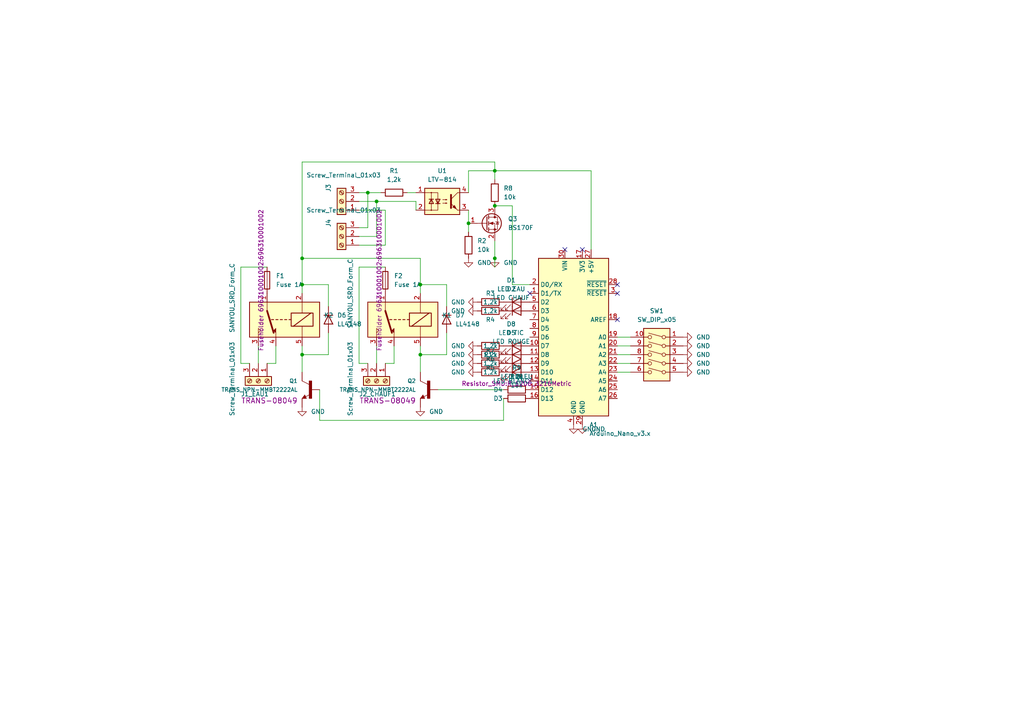
<source format=kicad_sch>
(kicad_sch (version 20211123) (generator eeschema)
  (paper "A4")
  (title_block (title "Linky_TEMPO") (rev "v1.01") (company "FuméeBleue"))
  (lib_symbols
    (symbol "Connector:Screw_Terminal_01x03" (pin_names (offset 1.016) hide)
      (property "Reference" "J" (at 0 5.08 0))
      (property "Value" "Screw_Terminal_01x03" (at 0 -5.08 0))
      (symbol "Screw_Terminal_01x03_1_1"
        (rectangle (start -1.27 3.81) (end 1.27 -3.81) (stroke (width 0.254)) (fill (type background)))
        (circle (center 0 -2.54) (radius 0.635) (stroke (width 0.1524)))
        (polyline (pts (xy -0.5334 -2.2098) (xy 0.3302 -3.048)) (stroke (width 0.1524)))
        (polyline (pts (xy -0.5334 0.3302) (xy 0.3302 -0.508)) (stroke (width 0.1524)))
        (polyline (pts (xy -0.5334 2.8702) (xy 0.3302 2.032)) (stroke (width 0.1524)))
        (polyline (pts (xy -0.3556 -2.032) (xy 0.508 -2.8702)) (stroke (width 0.1524)))
        (polyline (pts (xy -0.3556 0.508) (xy 0.508 -0.3302)) (stroke (width 0.1524)))
        (polyline (pts (xy -0.3556 3.048) (xy 0.508 2.2098)) (stroke (width 0.1524)))
        (circle (center 0 0) (radius 0.635) (stroke (width 0.1524)))
        (circle (center 0 2.54) (radius 0.635) (stroke (width 0.1524)))
        (pin passive line (at -5.08 2.54 0) (length 3.81) (name "Pin_1") (number "1"))
        (pin passive line (at -5.08 0 0) (length 3.81) (name "Pin_2") (number "2"))
        (pin passive line (at -5.08 -2.54 0) (length 3.81) (name "Pin_3") (number "3"))
      )
    )
    (symbol "Device:Fuse" (pin_numbers hide) (pin_names (offset 0))
      (property "Reference" "F" (at 2.032 0 90))
      (property "Value" "Fuse" (at -1.905 0 90))
      (symbol "Fuse_0_1"
        (rectangle (start -0.762 -2.54) (end 0.762 2.54) (stroke (width 0.254)))
        (polyline (pts (xy 0 2.54) (xy 0 -2.54)))
      )
      (symbol "Fuse_1_1"
        (pin passive line (at 0 3.81 270) (length 1.27) (name "~") (number "1"))
        (pin passive line (at 0 -3.81 90) (length 1.27) (name "~") (number "2"))
      )
    )
    (symbol "Device:LED" (pin_numbers hide) (pin_names (offset 1.016) hide)
      (property "Reference" "D" (at 0 2.54 0))
      (property "Value" "LED" (at 0 -2.54 0))
      (symbol "LED_0_1"
        (polyline (pts (xy -1.27 -1.27) (xy -1.27 1.27)) (stroke (width 0.254)))
        (polyline (pts (xy -1.27 0) (xy 1.27 0)))
        (polyline (pts (xy 1.27 -1.27) (xy 1.27 1.27) (xy -1.27 0) (xy 1.27 -1.27)) (stroke (width 0.254)))
        (polyline (pts (xy -3.048 -0.762) (xy -4.572 -2.286) (xy -3.81 -2.286) (xy -4.572 -2.286) (xy -4.572 -1.524)))
        (polyline (pts (xy -1.778 -0.762) (xy -3.302 -2.286) (xy -2.54 -2.286) (xy -3.302 -2.286) (xy -3.302 -1.524)))
      )
      (symbol "LED_1_1"
        (pin passive line (at -3.81 0 0) (length 2.54) (name "K") (number "1"))
        (pin passive line (at 3.81 0 180) (length 2.54) (name "A") (number "2"))
      )
    )
    (symbol "Device:R" (pin_numbers hide) (pin_names (offset 0))
      (property "Reference" "R" (at 2.032 0 90))
      (property "Value" "R" (at 0 0 90))
      (symbol "R_0_1"
        (rectangle (start -1.016 -2.54) (end 1.016 2.54) (stroke (width 0.254)))
      )
      (symbol "R_1_1"
        (pin passive line (at 0 3.81 270) (length 1.27) (name "~") (number "1"))
        (pin passive line (at 0 -3.81 90) (length 1.27) (name "~") (number "2"))
      )
    )
    (symbol "Diode:LL4148" (pin_numbers hide) (pin_names (offset 1.016) hide)
      (property "Reference" "D" (at 0 2.54 0))
      (property "Value" "LL4148" (at 0 -2.54 0))
      (symbol "LL4148_0_1"
        (polyline (pts (xy -1.27 1.27) (xy -1.27 -1.27)) (stroke (width 0.254)))
        (polyline (pts (xy 1.27 0) (xy -1.27 0)))
        (polyline (pts (xy 1.27 1.27) (xy 1.27 -1.27) (xy -1.27 0) (xy 1.27 1.27)) (stroke (width 0.254)))
      )
      (symbol "LL4148_1_1"
        (pin passive line (at -3.81 0 0) (length 2.54) (name "K") (number "1"))
        (pin passive line (at 3.81 0 180) (length 2.54) (name "A") (number "2"))
      )
    )
    (symbol "Isolator:LTV-814" (pin_names (offset 1.016))
      (property "Reference" "U" (at -5.08 5.08 0))
      (property "Value" "LTV-814" (at 0 5.08 0))
      (symbol "LTV-814_0_1"
        (rectangle (start -5.08 3.81) (end 5.08 -3.81) (stroke (width 0.254)) (fill (type background)))
        (circle (center -3.175 -2.54) (radius 0.127))
        (circle (center -3.175 2.54) (radius 0.127))
        (polyline (pts (xy -3.175 2.54) (xy -3.175 -2.54)))
        (polyline (pts (xy -1.905 -0.635) (xy -0.635 -0.635)) (stroke (width 0.254)))
        (polyline (pts (xy 2.54 0.635) (xy 4.445 2.54)))
        (polyline (pts (xy 4.445 -2.54) (xy 2.54 -0.635)) (fill (type outline)))
        (polyline (pts (xy 4.445 -2.54) (xy 5.08 -2.54)))
        (polyline (pts (xy 4.445 2.54) (xy 5.08 2.54)))
        (polyline (pts (xy -5.08 2.54) (xy -1.27 2.54) (xy -1.27 -0.762)))
        (polyline (pts (xy -1.27 -0.635) (xy -1.27 -2.54) (xy -5.08 -2.54)))
        (polyline (pts (xy 2.54 1.905) (xy 2.54 -1.905) (xy 2.54 -1.905)) (stroke (width 0.508)))
        (polyline (pts (xy -1.27 -0.635) (xy -1.905 0.635) (xy -0.635 0.635) (xy -1.27 -0.635)) (stroke (width 0.254)))
        (polyline (pts (xy 0.127 -0.508) (xy 1.397 -0.508) (xy 1.016 -0.635) (xy 1.016 -0.381) (xy 1.397 -0.508)))
        (polyline (pts (xy 0.127 0.508) (xy 1.397 0.508) (xy 1.016 0.381) (xy 1.016 0.635) (xy 1.397 0.508)))
        (polyline (pts (xy 3.048 -1.651) (xy 3.556 -1.143) (xy 4.064 -2.159) (xy 3.048 -1.651) (xy 3.048 -1.651)) (fill (type outline)))
      )
      (symbol "LTV-814_1_1"
        (polyline (pts (xy -3.81 0.635) (xy -2.54 0.635)) (stroke (width 0.254)))
        (polyline (pts (xy -3.175 0.635) (xy -3.81 -0.635) (xy -2.54 -0.635) (xy -3.175 0.635)) (stroke (width 0.254)))
        (pin passive line (at -7.62 2.54 0) (length 2.54) (name "~") (number "1"))
        (pin passive line (at -7.62 -2.54 0) (length 2.54) (name "~") (number "2"))
        (pin passive line (at 7.62 -2.54 180) (length 2.54) (name "~") (number "3"))
        (pin passive line (at 7.62 2.54 180) (length 2.54) (name "~") (number "4"))
      )
    )
    (symbol "MCU_Module:Arduino_Nano_v3.x"
      (property "Reference" "A" (at -10.16 23.495 0))
      (property "Value" "Arduino_Nano_v3.x" (at 5.08 -24.13 0))
      (symbol "Arduino_Nano_v3.x_0_1"
        (rectangle (start -10.16 22.86) (end 10.16 -22.86) (stroke (width 0.254)) (fill (type background)))
      )
      (symbol "Arduino_Nano_v3.x_1_1"
        (pin bidirectional line (at -12.7 12.7 0) (length 2.54) (name "D1/TX") (number "1"))
        (pin bidirectional line (at -12.7 -2.54 0) (length 2.54) (name "D7") (number "10"))
        (pin bidirectional line (at -12.7 -5.08 0) (length 2.54) (name "D8") (number "11"))
        (pin bidirectional line (at -12.7 -7.62 0) (length 2.54) (name "D9") (number "12"))
        (pin bidirectional line (at -12.7 -10.16 0) (length 2.54) (name "D10") (number "13"))
        (pin bidirectional line (at -12.7 -12.7 0) (length 2.54) (name "D11") (number "14"))
        (pin bidirectional line (at -12.7 -15.24 0) (length 2.54) (name "D12") (number "15"))
        (pin bidirectional line (at -12.7 -17.78 0) (length 2.54) (name "D13") (number "16"))
        (pin power_out line (at 2.54 25.4 270) (length 2.54) (name "3V3") (number "17"))
        (pin input line (at 12.7 5.08 180) (length 2.54) (name "AREF") (number "18"))
        (pin bidirectional line (at 12.7 0 180) (length 2.54) (name "A0") (number "19"))
        (pin bidirectional line (at -12.7 15.24 0) (length 2.54) (name "D0/RX") (number "2"))
        (pin bidirectional line (at 12.7 -2.54 180) (length 2.54) (name "A1") (number "20"))
        (pin bidirectional line (at 12.7 -5.08 180) (length 2.54) (name "A2") (number "21"))
        (pin bidirectional line (at 12.7 -7.62 180) (length 2.54) (name "A3") (number "22"))
        (pin bidirectional line (at 12.7 -10.16 180) (length 2.54) (name "A4") (number "23"))
        (pin bidirectional line (at 12.7 -12.7 180) (length 2.54) (name "A5") (number "24"))
        (pin bidirectional line (at 12.7 -15.24 180) (length 2.54) (name "A6") (number "25"))
        (pin bidirectional line (at 12.7 -17.78 180) (length 2.54) (name "A7") (number "26"))
        (pin power_out line (at 5.08 25.4 270) (length 2.54) (name "+5V") (number "27"))
        (pin input line (at 12.7 15.24 180) (length 2.54) (name "~{RESET}") (number "28"))
        (pin power_in line (at 2.54 -25.4 90) (length 2.54) (name "GND") (number "29"))
        (pin input line (at 12.7 12.7 180) (length 2.54) (name "~{RESET}") (number "3"))
        (pin power_in line (at -2.54 25.4 270) (length 2.54) (name "VIN") (number "30"))
        (pin power_in line (at 0 -25.4 90) (length 2.54) (name "GND") (number "4"))
        (pin bidirectional line (at -12.7 10.16 0) (length 2.54) (name "D2") (number "5"))
        (pin bidirectional line (at -12.7 7.62 0) (length 2.54) (name "D3") (number "6"))
        (pin bidirectional line (at -12.7 5.08 0) (length 2.54) (name "D4") (number "7"))
        (pin bidirectional line (at -12.7 2.54 0) (length 2.54) (name "D5") (number "8"))
        (pin bidirectional line (at -12.7 0 0) (length 2.54) (name "D6") (number "9"))
      )
    )
    (symbol "Relay:SANYOU_SRD_Form_C"
      (property "Reference" "K" (at 11.43 3.81 0))
      (property "Value" "SANYOU_SRD_Form_C" (at 11.43 1.27 0))
      (symbol "SANYOU_SRD_Form_C_0_0"
        (polyline (pts (xy 7.62 5.08) (xy 7.62 2.54) (xy 6.985 3.175) (xy 7.62 3.81)))
      )
      (symbol "SANYOU_SRD_Form_C_0_1"
        (rectangle (start -10.16 5.08) (end 10.16 -5.08) (stroke (width 0.254)) (fill (type background)))
        (rectangle (start -8.255 1.905) (end -1.905 -1.905) (stroke (width 0.254)))
        (polyline (pts (xy -7.62 -1.905) (xy -2.54 1.905)) (stroke (width 0.254)))
        (polyline (pts (xy -5.08 -5.08) (xy -5.08 -1.905)))
        (polyline (pts (xy -5.08 5.08) (xy -5.08 1.905)))
        (polyline (pts (xy -1.905 0) (xy -1.27 0)) (stroke (width 0.254)))
        (polyline (pts (xy -0.635 0) (xy 0 0)) (stroke (width 0.254)))
        (polyline (pts (xy 0.635 0) (xy 1.27 0)) (stroke (width 0.254)))
        (polyline (pts (xy 1.905 0) (xy 2.54 0)) (stroke (width 0.254)))
        (polyline (pts (xy 3.175 0) (xy 3.81 0)) (stroke (width 0.254)))
        (polyline (pts (xy 5.08 -2.54) (xy 3.175 3.81)) (stroke (width 0.508)))
        (polyline (pts (xy 5.08 -2.54) (xy 5.08 -5.08)))
      )
      (symbol "SANYOU_SRD_Form_C_1_1"
        (polyline (pts (xy 2.54 3.81) (xy 3.175 3.175) (xy 2.54 2.54) (xy 2.54 5.08)) (fill (type outline)))
        (pin passive line (at 5.08 -7.62 90) (length 2.54) (name "~") (number "1"))
        (pin passive line (at -5.08 -7.62 90) (length 2.54) (name "~") (number "2"))
        (pin passive line (at 7.62 7.62 270) (length 2.54) (name "~") (number "3"))
        (pin passive line (at 2.54 7.62 270) (length 2.54) (name "~") (number "4"))
        (pin passive line (at -5.08 7.62 270) (length 2.54) (name "~") (number "5"))
      )
    )
    (symbol "SparkFun-DiscreteSemi:TRANS_NPN-MMBT2222AL" (pin_numbers hide) (pin_names (offset 1.016) hide)
      (property "Reference" "Q" (at 3.81 3.81 0))
      (property "Value" "TRANS_NPN-MMBT2222AL" (at 3.81 -5.08 0))
      (property "Champ4" "TRANS-08049" (at 0 7.62 0))
      (symbol "TRANS_NPN-MMBT2222AL_1_0"
        (polyline (pts (xy 1.524 -2.032) (xy 0.3048 -1.4224)))
        (polyline (pts (xy 2.54 2.54) (xy 0.508 1.524)))
      )
      (symbol "TRANS_NPN-MMBT2222AL_1_1"
        (rectangle (start -0.254 -2.54) (end 0.508 2.54) (fill (type outline)))
        (polyline (pts (xy 1.778 -1.524) (xy 2.54 -2.54) (xy 1.27 -2.54) (xy 1.778 -1.524)) (fill (type outline)))
        (pin passive line (at -2.54 0 0) (length 2.54) (name "B") (number "1"))
        (pin passive line (at 2.54 -5.08 90) (length 2.54) (name "E") (number "2"))
        (pin passive line (at 2.54 5.08 270) (length 2.54) (name "C") (number "3"))
      )
    )
    (symbol "Switch:SW_DIP_x05" (pin_names (offset 0) hide)
      (property "Reference" "SW" (at 0 8.89 0))
      (property "Value" "SW_DIP_x05" (at 0 -8.89 0))
      (symbol "SW_DIP_x05_0_0"
        (circle (center -2.032 -5.08) (radius 0.508))
        (circle (center -2.032 -2.54) (radius 0.508))
        (circle (center -2.032 0) (radius 0.508))
        (circle (center -2.032 2.54) (radius 0.508))
        (circle (center -2.032 5.08) (radius 0.508))
        (polyline (pts (xy -1.524 -4.9276) (xy 2.3622 -3.8862)))
        (polyline (pts (xy -1.524 -2.3876) (xy 2.3622 -1.3462)))
        (polyline (pts (xy -1.524 0.127) (xy 2.3622 1.1684)))
        (polyline (pts (xy -1.524 2.667) (xy 2.3622 3.7084)))
        (polyline (pts (xy -1.524 5.207) (xy 2.3622 6.2484)))
        (circle (center 2.032 -5.08) (radius 0.508))
        (circle (center 2.032 -2.54) (radius 0.508))
        (circle (center 2.032 0) (radius 0.508))
        (circle (center 2.032 2.54) (radius 0.508))
        (circle (center 2.032 5.08) (radius 0.508))
      )
      (symbol "SW_DIP_x05_0_1"
        (rectangle (start -3.81 7.62) (end 3.81 -7.62) (stroke (width 0.254)) (fill (type background)))
      )
      (symbol "SW_DIP_x05_1_1"
        (pin passive line (at -7.62 5.08 0) (length 5.08) (name "~") (number "1"))
        (pin passive line (at 7.62 5.08 180) (length 5.08) (name "~") (number "10"))
        (pin passive line (at -7.62 2.54 0) (length 5.08) (name "~") (number "2"))
        (pin passive line (at -7.62 0 0) (length 5.08) (name "~") (number "3"))
        (pin passive line (at -7.62 -2.54 0) (length 5.08) (name "~") (number "4"))
        (pin passive line (at -7.62 -5.08 0) (length 5.08) (name "~") (number "5"))
        (pin passive line (at 7.62 -5.08 180) (length 5.08) (name "~") (number "6"))
        (pin passive line (at 7.62 -2.54 180) (length 5.08) (name "~") (number "7"))
        (pin passive line (at 7.62 0 180) (length 5.08) (name "~") (number "8"))
        (pin passive line (at 7.62 2.54 180) (length 5.08) (name "~") (number "9"))
      )
    )
    (symbol "Transistor_FET:BS170F" (pin_names hide)
      (property "Reference" "Q" (at 5.08 1.905 0))
      (property "Value" "BS170F" (at 5.08 0 0))
      (symbol "BS170F_0_1"
        (polyline (pts (xy 0.254 0) (xy -2.54 0)))
        (polyline (pts (xy 0.254 1.905) (xy 0.254 -1.905)) (stroke (width 0.254)))
        (polyline (pts (xy 0.762 -1.27) (xy 0.762 -2.286)) (stroke (width 0.254)))
        (polyline (pts (xy 0.762 0.508) (xy 0.762 -0.508)) (stroke (width 0.254)))
        (polyline (pts (xy 0.762 2.286) (xy 0.762 1.27)) (stroke (width 0.254)))
        (polyline (pts (xy 2.54 2.54) (xy 2.54 1.778)))
        (polyline (pts (xy 2.54 -2.54) (xy 2.54 0) (xy 0.762 0)))
        (polyline (pts (xy 0.762 -1.778) (xy 3.302 -1.778) (xy 3.302 1.778) (xy 0.762 1.778)))
        (polyline (pts (xy 1.016 0) (xy 2.032 0.381) (xy 2.032 -0.381) (xy 1.016 0)) (fill (type outline)))
        (polyline (pts (xy 2.794 0.508) (xy 2.921 0.381) (xy 3.683 0.381) (xy 3.81 0.254)))
        (polyline (pts (xy 3.302 0.381) (xy 2.921 -0.254) (xy 3.683 -0.254) (xy 3.302 0.381)))
        (circle (center 1.651 0) (radius 2.794) (stroke (width 0.254)))
        (circle (center 2.54 -1.778) (radius 0.254) (fill (type outline)))
        (circle (center 2.54 1.778) (radius 0.254) (fill (type outline)))
      )
      (symbol "BS170F_1_1"
        (pin input line (at -5.08 0 0) (length 2.54) (name "G") (number "1"))
        (pin passive line (at 2.54 -5.08 90) (length 2.54) (name "S") (number "2"))
        (pin passive line (at 2.54 5.08 270) (length 2.54) (name "D") (number "3"))
      )
    )
    (symbol "power:GND" (power) (pin_names (offset 0))
      (property "Value" "GND" (at 0 -3.81 0))
      (symbol "GND_0_1"
        (polyline (pts (xy 0 0) (xy 0 -1.27) (xy 1.27 -1.27) (xy 0 -2.54) (xy -1.27 -1.27) (xy 0 -1.27)))
      )
      (symbol "GND_1_1"
        (pin power_in line (at 0 0 270) (length 0) hide (name "GND") (number "1"))
      )
    )
  )
  (junction (at 121.92 102.87))
  (junction (at 135.89 64.77))
  (junction (at 121.92 82.55))
  (junction (at 109.22 58.42))
  (junction (at 143.51 59.69))
  (junction (at 143.51 49.53))
  (junction (at 106.68 55.88))
  (junction (at 87.63 102.87))
  (junction (at 87.63 74.93))
  (junction (at 143.51 74.93))
  (junction (at 87.63 82.55))
  (no_connect (at 179.07 82.55))
  (no_connect (at 168.91 72.39))
  (no_connect (at 179.07 85.09))
  (no_connect (at 153.67 85.09))
  (no_connect (at 163.83 72.39))
  (no_connect (at 179.07 92.71))
  (no_connect (at 153.67 110.49))
  (wire (pts (xy 106.68 105.41) (xy 104.14 105.41)))
  (wire (pts (xy 146.05 121.92) (xy 146.05 115.57)))
  (wire (pts (xy 95.25 82.55) (xy 95.25 88.9)))
  (wire (pts (xy 111.76 60.96) (xy 111.76 71.12)))
  (wire (pts (xy 104.14 55.88) (xy 106.68 55.88)))
  (wire (pts (xy 77.47 105.41) (xy 80.01 105.41)))
  (wire (pts (xy 148.59 59.69) (xy 148.59 82.55)))
  (wire (pts (xy 179.07 102.87) (xy 182.88 102.87)))
  (wire (pts (xy 129.54 82.55) (xy 129.54 88.9)))
  (wire (pts (xy 120.65 58.42) (xy 120.65 60.96)))
  (wire (pts (xy 135.89 49.53) (xy 143.51 49.53)))
  (wire (pts (xy 106.68 66.04) (xy 106.68 55.88)))
  (wire (pts (xy 135.89 60.96) (xy 135.89 64.77)))
  (wire (pts (xy 87.63 74.93) (xy 87.63 82.55)))
  (wire (pts (xy 87.63 46.99) (xy 87.63 74.93)))
  (wire (pts (xy 95.25 96.52) (xy 95.25 102.87)))
  (wire (pts (xy 121.92 82.55) (xy 129.54 82.55)))
  (wire (pts (xy 121.92 85.09) (xy 121.92 82.55)))
  (wire (pts (xy 143.51 59.69) (xy 148.59 59.69)))
  (wire (pts (xy 74.93 100.33) (xy 74.93 105.41)))
  (wire (pts (xy 114.3 100.33) (xy 114.3 105.41)))
  (wire (pts (xy 109.22 68.58) (xy 109.22 58.42)))
  (wire (pts (xy 69.85 105.41) (xy 69.85 77.47)))
  (wire (pts (xy 179.07 100.33) (xy 182.88 100.33)))
  (wire (pts (xy 87.63 100.33) (xy 87.63 102.87)))
  (wire (pts (xy 87.63 46.99) (xy 143.51 46.99)))
  (wire (pts (xy 135.89 64.77) (xy 135.89 67.31)))
  (wire (pts (xy 104.14 68.58) (xy 109.22 68.58)))
  (wire (pts (xy 104.14 77.47) (xy 111.76 77.47)))
  (wire (pts (xy 72.39 105.41) (xy 69.85 105.41)))
  (wire (pts (xy 179.07 107.95) (xy 182.88 107.95)))
  (wire (pts (xy 92.71 113.03) (xy 92.71 121.92)))
  (wire (pts (xy 121.92 102.87) (xy 121.92 107.95)))
  (wire (pts (xy 118.11 55.88) (xy 120.65 55.88)))
  (wire (pts (xy 127 113.03) (xy 146.05 113.03)))
  (wire (pts (xy 104.14 60.96) (xy 111.76 60.96)))
  (wire (pts (xy 143.51 74.93) (xy 143.51 69.85)))
  (wire (pts (xy 92.71 121.92) (xy 146.05 121.92)))
  (wire (pts (xy 143.51 49.53) (xy 171.45 49.53)))
  (wire (pts (xy 80.01 105.41) (xy 80.01 100.33)))
  (wire (pts (xy 104.14 105.41) (xy 104.14 77.47)))
  (wire (pts (xy 179.07 105.41) (xy 182.88 105.41)))
  (wire (pts (xy 87.63 82.55) (xy 95.25 82.55)))
  (wire (pts (xy 143.51 46.99) (xy 143.51 49.53)))
  (wire (pts (xy 135.89 49.53) (xy 135.89 55.88)))
  (wire (pts (xy 109.22 58.42) (xy 120.65 58.42)))
  (wire (pts (xy 143.51 77.47) (xy 143.51 74.93)))
  (wire (pts (xy 104.14 58.42) (xy 109.22 58.42)))
  (wire (pts (xy 171.45 72.39) (xy 171.45 49.53)))
  (wire (pts (xy 121.92 82.55) (xy 121.92 74.93)))
  (wire (pts (xy 121.92 100.33) (xy 121.92 102.87)))
  (wire (pts (xy 109.22 100.33) (xy 109.22 105.41)))
  (wire (pts (xy 129.54 96.52) (xy 129.54 102.87)))
  (wire (pts (xy 87.63 102.87) (xy 95.25 102.87)))
  (wire (pts (xy 87.63 102.87) (xy 87.63 107.95)))
  (wire (pts (xy 69.85 77.47) (xy 77.47 77.47)))
  (wire (pts (xy 111.76 71.12) (xy 104.14 71.12)))
  (wire (pts (xy 143.51 49.53) (xy 143.51 52.07)))
  (wire (pts (xy 148.59 82.55) (xy 153.67 82.55)))
  (wire (pts (xy 104.14 66.04) (xy 106.68 66.04)))
  (wire (pts (xy 129.54 102.87) (xy 121.92 102.87)))
  (wire (pts (xy 111.76 105.41) (xy 114.3 105.41)))
  (wire (pts (xy 106.68 55.88) (xy 110.49 55.88)))
  (wire (pts (xy 87.63 85.09) (xy 87.63 82.55)))
  (wire (pts (xy 179.07 97.79) (xy 182.88 97.79)))
  (wire (pts (xy 121.92 74.93) (xy 87.63 74.93)))
  (symbol (lib_id "power:GND") (at 138.43 90.17 270) (unit 1)
    (property "Reference" "#PWR0107" (effects hide))
    (property "Value" "GND" (at 130.81 90.17 90) (effects (justify left)))
  )
  (symbol (lib_id "power:GND") (at 138.43 105.41 270) (unit 1)
    (property "Reference" "#PWR0110" (effects hide))
    (property "Value" "GND" (at 130.81 105.41 90) (effects (justify left)))
  )
  (symbol (lib_id "Device:R") (at 149.86 113.03 270) (unit 1)
    (property "Reference" "R9" (at 149.86 106.68 90))
    (property "Value" "10k" (at 149.86 109.22 90))
    (property "Footprint" "Resistor_SMD:R_1206_3216Metric" (at 149.86 111.252 90))
  )
  (symbol (lib_id "power:GND") (at 138.43 102.87 270) (unit 1)
    (property "Reference" "#PWR0111" (effects hide))
    (property "Value" "GND" (at 130.81 102.87 90) (effects (justify left)))
  )
  (symbol (lib_id "power:GND") (at 87.63 118.11 0) (unit 1)
    (property "Reference" "#PWR0103" (effects hide))
    (property "Value" "GND" (at 90.17 119.3799 0) (effects (justify left)))
  )
  (symbol (lib_id "Device:R") (at 142.24 105.41 90) (unit 1)
    (property "Reference" "R6" (at 142.24 104.14 90))
    (property "Value" "1,2k" (at 142.24 105.41 90))
    (property "Footprint" "Resistor_SMD:R_1206_3216Metric" (effects hide))
  )
  (symbol (lib_id "Device:R") (at 142.24 107.95 90) (unit 1)
    (property "Reference" "R5" (at 142.24 106.68 90))
    (property "Value" "1,2k" (at 142.24 107.95 90))
    (property "Footprint" "Resistor_SMD:R_1206_3216Metric" (effects hide))
  )
  (symbol (lib_id "power:GND") (at 138.43 100.33 270) (unit 1)
    (property "Reference" "#PWR0117" (effects hide))
    (property "Value" "GND" (at 130.81 100.33 90) (effects (justify left)))
  )
  (symbol (lib_id "power:GND") (at 135.89 74.93 0) (unit 1)
    (property "Reference" "#PWR0102" (effects hide))
    (property "Value" "GND" (at 138.43 76.1999 0) (effects (justify left)))
  )
  (symbol (lib_id "power:GND") (at 143.51 74.93 0) (unit 1)
    (property "Reference" "#PWR0101" (effects hide))
    (property "Value" "GND" (at 146.05 76.1999 0) (effects (justify left)))
  )
  (symbol (lib_id "MCU_Module:Arduino_Nano_v3.x") (at 166.37 97.79 0) (unit 1)
    (property "Reference" "A1" (at 170.9294 123.19 0) (effects (justify left)))
    (property "Value" "Arduino_Nano_v3.x" (at 170.9294 125.73 0) (effects (justify left)))
    (property "Footprint" "Module:Arduino_Nano" (effects hide))
    (property "Datasheet" "http://www.mouser.com/pdfdocs/Gravitech_Arduino_Nano3_0.pdf" (effects hide))
  )
  (symbol (lib_id "Relay:SANYOU_SRD_Form_C") (at 116.84 92.71 180) (unit 1)
    (property "Reference" "K1" (at 128.27 91.4399 0) (effects (justify right)))
    (property "Value" "SANYOU_SRD_Form_C" (at 101.6 95.25 90) (effects (justify right)))
    (property "Footprint" "Relay_THT:Relay_SPDT_SANYOU_SRD_Series_Form_C" (effects hide))
    (property "Datasheet" "http://www.sanyourelay.ca/public/products/pdf/SRD.pdf" (effects hide))
  )
  (symbol (lib_id "power:GND") (at 198.12 102.87 90) (unit 1)
    (property "Reference" "#PWR0112" (effects hide))
    (property "Value" "GND" (at 201.93 102.8699 90) (effects (justify right)))
  )
  (symbol (lib_id "Transistor_FET:BS170F") (at 140.97 64.77 0) (unit 1)
    (property "Reference" "Q3" (at 147.32 63.4999 0) (effects (justify left)))
    (property "Value" "BS170F" (at 147.32 66.0399 0) (effects (justify left)))
    (property "Footprint" "Package_TO_SOT_SMD:SOT-23" (effects hide))
    (property "Datasheet" "http://www.diodes.com/assets/Datasheets/BS170F.pdf" (effects hide))
  )
  (symbol (lib_id "Device:LED") (at 149.86 107.95 0) (unit 1)
    (property "Reference" "D3" (at 144.4625 115.57 0))
    (property "Value" " LED BLEU" (at 149.86 109.22 0))
    (property "Footprint" "LED_THT:LED_D3.0mm_FlatTop" (effects hide))
  )
  (symbol (lib_id "Device:R") (at 135.89 71.12 180) (unit 1)
    (property "Reference" "R2" (at 138.43 69.8499 0) (effects (justify right)))
    (property "Value" "10k" (at 138.43 72.3899 0) (effects (justify right)))
    (property "Footprint" "Resistor_SMD:R_1206_3216Metric" (effects hide))
  )
  (symbol (lib_id "Device:R") (at 149.86 115.57 270) (unit 1)
    (property "Reference" "R10" (at 149.86 109.22 90))
    (property "Value" "10k" (at 149.86 111.76 90))
    (property "Footprint" "Resistor_SMD:R_1206_3216Metric" (effects hide))
  )
  (symbol (lib_id "Device:Fuse") (at 111.76 81.28 0) (unit 1)
    (property "Reference" "F2" (at 114.3 80.0099 0) (effects (justify left)))
    (property "Value" "Fuse 1A" (at 114.3 82.5499 0) (effects (justify left)))
    (property "Footprint" "Fuseholder 696310001002:696310001002" (at 109.982 81.28 90))
  )
  (symbol (lib_id "Device:LED") (at 149.86 105.41 0) (unit 1)
    (property "Reference" "D4" (at 144.4625 113.03 0))
    (property "Value" "LED BLANC" (at 148.2725 110.49 0))
    (property "Footprint" "LED_THT:LED_D3.0mm_FlatTop" (effects hide))
  )
  (symbol (lib_id "Connector:Screw_Terminal_01x03") (at 109.22 110.49 270) (unit 1)
    (property "Reference" "J2_CHAUF1" (at 104.14 114.3 90) (effects (justify left)))
    (property "Value" "Screw_Terminal_01x03" (at 101.6 99.06 0) (effects (justify left)))
    (property "Footprint" "TerminalBlock:TerminalBlock_Altech_AK300-3_P5.00mm" (effects hide))
  )
  (symbol (lib_id "power:GND") (at 198.12 105.41 90) (unit 1)
    (property "Reference" "#PWR0115" (effects hide))
    (property "Value" "GND" (at 201.93 105.4099 90) (effects (justify right)))
  )
  (symbol (lib_id "Isolator:LTV-814") (at 128.27 58.42 0) (unit 1)
    (property "Reference" "U1" (at 128.27 49.53 0))
    (property "Value" "LTV-814" (at 128.27 52.07 0))
    (property "Footprint" "Package_DIP:DIP-4_W7.62mm" (effects hide))
    (property "Datasheet" "https://optoelectronics.liteon.com/upload/download/DS-70-96-0013/LTV-8X4%20series%20201509.pdf" (effects hide))
  )
  (symbol (lib_id "power:GND") (at 138.43 87.63 270) (unit 1)
    (property "Reference" "#PWR0108" (effects hide))
    (property "Value" "GND" (at 130.81 87.63 90) (effects (justify left)))
  )
  (symbol (lib_id "Connector:Screw_Terminal_01x03") (at 74.93 110.49 270) (unit 1)
    (property "Reference" "J1_EAU1" (at 69.85 114.3 90) (effects (justify left)))
    (property "Value" "Screw_Terminal_01x03" (at 67.31 99.06 0) (effects (justify left)))
    (property "Footprint" "TerminalBlock:TerminalBlock_Altech_AK300-3_P5.00mm" (effects hide))
  )
  (symbol (lib_id "power:GND") (at 198.12 107.95 90) (unit 1)
    (property "Reference" "#PWR0116" (effects hide))
    (property "Value" "GND" (at 201.93 107.9499 90) (effects (justify right)))
  )
  (symbol (lib_id "SparkFun-DiscreteSemi:TRANS_NPN-MMBT2222AL") (at 90.17 113.03 0) (mirror y) (unit 1)
    (property "Reference" "Q1" (at 86.36 110.49 0) (effects (font (size 1.143 1.143)) (justify left)))
    (property "Value" "TRANS_NPN-MMBT2222AL" (at 86.36 113.03 0) (effects (font (size 1.143 1.143)) (justify left)))
    (property "Footprint" "Package_TO_SOT_SMD:SOT-23" (effects hide))
    (property "Champ4" "TRANS-08049" (at 86.36 116.205 0) (effects (font (size 1.524 1.524)) (justify left)))
  )
  (symbol (lib_id "Device:R") (at 142.24 102.87 90) (unit 1)
    (property "Reference" "R7" (at 142.24 101.6 90))
    (property "Value" "1,2k" (at 142.24 102.87 90))
    (property "Footprint" "Resistor_SMD:R_1206_3216Metric" (effects hide))
  )
  (symbol (lib_id "Device:R") (at 142.24 100.33 270) (unit 1)
    (property "Reference" "R11" (at 142.24 102.87 90))
    (property "Value" "1,2k" (at 142.24 100.33 90))
    (property "Footprint" "Resistor_SMD:R_1206_3216Metric" (effects hide))
  )
  (symbol (lib_id "power:GND") (at 168.91 123.19 0) (unit 1)
    (property "Reference" "#PWR0105" (effects hide))
    (property "Value" "GND" (at 171.45 124.4599 0) (effects (justify left)))
  )
  (symbol (lib_id "SparkFun-DiscreteSemi:TRANS_NPN-MMBT2222AL") (at 124.46 113.03 0) (mirror y) (unit 1)
    (property "Reference" "Q2" (at 120.65 110.49 0) (effects (font (size 1.143 1.143)) (justify left)))
    (property "Value" "TRANS_NPN-MMBT2222AL" (at 120.65 113.03 0) (effects (font (size 1.143 1.143)) (justify left)))
    (property "Footprint" "Package_TO_SOT_SMD:SOT-23" (effects hide))
    (property "Champ4" "TRANS-08049" (at 120.65 116.205 0) (effects (font (size 1.524 1.524)) (justify left)))
  )
  (symbol (lib_id "Device:R") (at 143.51 55.88 180) (unit 1)
    (property "Reference" "R8" (at 146.05 54.6099 0) (effects (justify right)))
    (property "Value" "10k" (at 146.05 57.1499 0) (effects (justify right)))
    (property "Footprint" "Resistor_SMD:R_1206_3216Metric" (effects hide))
  )
  (symbol (lib_id "Switch:SW_DIP_x05") (at 190.5 102.87 0) (mirror y) (unit 1)
    (property "Reference" "SW1" (at 190.5 90.17 0))
    (property "Value" "SW_DIP_x05" (at 190.5 92.71 0))
    (property "Footprint" "Button_Switch_THT:SW_DIP_SPSTx05_Slide_9.78x14.88mm_W7.62mm_P2.54mm" (effects hide))
  )
  (symbol (lib_id "Device:LED") (at 149.86 102.87 0) (unit 1)
    (property "Reference" "D5" (at 148.2725 96.52 0))
    (property "Value" "LED ROUGE" (at 148.2725 99.06 0))
    (property "Footprint" "LED_THT:LED_D3.0mm_FlatTop" (effects hide))
  )
  (symbol (lib_id "Device:LED") (at 149.86 87.63 0) (unit 1)
    (property "Reference" "D1" (at 148.2725 81.28 0))
    (property "Value" "LED EAU" (at 148.2725 83.82 0))
    (property "Footprint" "LED_THT:LED_D3.0mm_FlatTop" (effects hide))
  )
  (symbol (lib_id "Device:R") (at 142.24 87.63 270) (unit 1)
    (property "Reference" "R3" (at 142.24 85.09 90))
    (property "Value" "1,2k" (at 142.24 87.63 90))
    (property "Footprint" "Resistor_SMD:R_1206_3216Metric" (effects hide))
  )
  (symbol (lib_id "power:GND") (at 121.92 118.11 0) (unit 1)
    (property "Reference" "#PWR0104" (effects hide))
    (property "Value" "GND" (at 124.46 119.3799 0) (effects (justify left)))
  )
  (symbol (lib_id "Device:LED") (at 149.86 90.17 0) (unit 1)
    (property "Reference" "D2" (at 148.2725 83.82 0))
    (property "Value" "LED CHAUF" (at 148.2725 86.36 0))
    (property "Footprint" "LED_THT:LED_D3.0mm_FlatTop" (effects hide))
  )
  (symbol (lib_id "Relay:SANYOU_SRD_Form_C") (at 82.55 92.71 180) (unit 1)
    (property "Reference" "K2" (at 93.98 91.4399 0) (effects (justify right)))
    (property "Value" "SANYOU_SRD_Form_C" (at 67.31 96.52 90) (effects (justify right)))
    (property "Footprint" "Relay_THT:Relay_SPDT_SANYOU_SRD_Series_Form_C" (effects hide))
    (property "Datasheet" "http://www.sanyourelay.ca/public/products/pdf/SRD.pdf" (effects hide))
  )
  (symbol (lib_id "Connector:Screw_Terminal_01x03") (at 99.06 58.42 180) (unit 1)
    (property "Reference" "J3" (at 95.25 53.34 90) (effects (justify left)))
    (property "Value" "Screw_Terminal_01x03" (at 110.49 50.8 0) (effects (justify left)))
    (property "Footprint" "TerminalBlock:TerminalBlock_Altech_AK300-3_P5.00mm" (effects hide))
  )
  (symbol (lib_id "Device:R") (at 142.24 90.17 270) (unit 1)
    (property "Reference" "R4" (at 142.24 92.71 90))
    (property "Value" "1,2k" (at 142.24 90.17 90))
    (property "Footprint" "Resistor_SMD:R_1206_3216Metric" (effects hide))
  )
  (symbol (lib_id "power:GND") (at 198.12 100.33 90) (unit 1)
    (property "Reference" "#PWR0113" (effects hide))
    (property "Value" "GND" (at 201.93 100.3299 90) (effects (justify right)))
  )
  (symbol (lib_id "power:GND") (at 138.43 107.95 270) (unit 1)
    (property "Reference" "#PWR0109" (effects hide))
    (property "Value" "GND" (at 130.81 107.95 90) (effects (justify left)))
  )
  (symbol (lib_id "Diode:LL4148") (at 95.25 92.71 270) (unit 1)
    (property "Reference" "D6" (at 97.79 91.4399 90) (effects (justify left)))
    (property "Value" "LL4148" (at 97.79 93.9799 90) (effects (justify left)))
    (property "Footprint" "Diode_SMD:D_MiniMELF" (effects hide))
    (property "Datasheet" "http://www.vishay.com/docs/85557/ll4148.pdf" (effects hide))
  )
  (symbol (lib_id "power:GND") (at 198.12 97.79 90) (unit 1)
    (property "Reference" "#PWR0114" (effects hide))
    (property "Value" "GND" (at 201.93 97.7899 90) (effects (justify right)))
  )
  (symbol (lib_id "Device:Fuse") (at 77.47 81.28 0) (unit 1)
    (property "Reference" "F1" (at 80.01 80.0099 0) (effects (justify left)))
    (property "Value" "Fuse 1A" (at 80.01 82.5499 0) (effects (justify left)))
    (property "Footprint" "Fuseholder 696310001002:696310001002" (at 75.692 81.28 90))
  )
  (symbol (lib_id "power:GND") (at 166.37 123.19 0) (unit 1)
    (property "Reference" "#PWR0106" (effects hide))
    (property "Value" "GND" (at 168.91 124.4599 0) (effects (justify left)))
  )
  (symbol (lib_id "Diode:LL4148") (at 129.54 92.71 270) (unit 1)
    (property "Reference" "D7" (at 132.08 91.4399 90) (effects (justify left)))
    (property "Value" "LL4148" (at 132.08 93.9799 90) (effects (justify left)))
    (property "Footprint" "Diode_SMD:D_MiniMELF" (effects hide))
    (property "Datasheet" "http://www.vishay.com/docs/85557/ll4148.pdf" (effects hide))
  )
  (symbol (lib_id "Device:LED") (at 149.86 100.33 0) (unit 1)
    (property "Reference" "D8" (at 148.2725 93.98 0))
    (property "Value" "LED TIC" (at 148.2725 96.52 0))
    (property "Footprint" "LED_THT:LED_D3.0mm_FlatTop" (effects hide))
  )
  (symbol (lib_id "Device:R") (at 114.3 55.88 90) (unit 1)
    (property "Reference" "R1" (at 114.3 49.53 90))
    (property "Value" "1,2k" (at 114.3 52.07 90))
    (property "Footprint" "Resistor_SMD:R_1206_3216Metric" (effects hide))
  )
  (symbol (lib_id "Connector:Screw_Terminal_01x03") (at 99.06 68.58 180) (unit 1)
    (property "Reference" "J4" (at 95.25 63.5 90) (effects (justify left)))
    (property "Value" "Screw_Terminal_01x03" (at 110.49 60.96 0) (effects (justify left)))
    (property "Footprint" "TerminalBlock:TerminalBlock_Altech_AK300-3_P5.00mm" (effects hide))
  )
)
</source>
